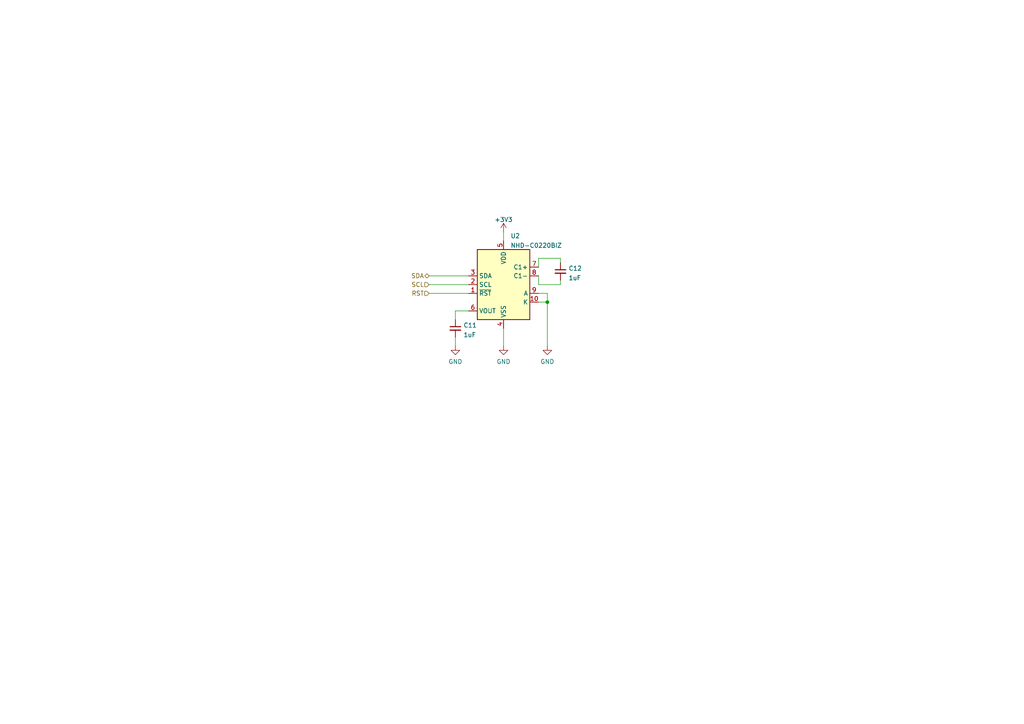
<source format=kicad_sch>
(kicad_sch (version 20211123) (generator eeschema)
  (paper "A4")
  (title_block (title "Liquid Crystal Display") (date "2022-08-27") (rev "1.0") (company "AUTHOR: Sahil Kale"))
  (lib_symbols
    (symbol "Device:C_Small" (pin_numbers hide) (pin_names (offset 0.254) hide)
      (property "Reference" "C" (at 0.254 1.778 0))
      (property "Value" "C_Small" (at 0.254 -2.032 0))
      (symbol "C_Small_0_1"
        (polyline (pts (xy -1.524 -0.508) (xy 1.524 -0.508)) (stroke (width 0.3302)))
        (polyline (pts (xy -1.524 0.508) (xy 1.524 0.508)) (stroke (width 0.3048)))
      )
      (symbol "C_Small_1_1"
        (pin passive line (at 0 2.54 270) (length 2.032) (name "~") (number "1"))
        (pin passive line (at 0 -2.54 90) (length 2.032) (name "~") (number "2"))
      )
    )
    (symbol "Display_Character:NHD-C0220BIZ"
      (property "Reference" "U" (at -6.35 11.43 0))
      (property "Value" "NHD-C0220BIZ" (at 8.89 11.43 0))
      (symbol "NHD-C0220BIZ_0_1"
        (rectangle (start -7.62 10.16) (end 7.62 -10.16) (stroke (width 0.254)) (fill (type background)))
      )
      (symbol "NHD-C0220BIZ_1_1"
        (pin input line (at -10.16 -2.54 0) (length 2.54) (name "~{RST}") (number "1"))
        (pin passive line (at 10.16 -5.08 180) (length 2.54) (name "K") (number "10"))
        (pin input line (at -10.16 0 0) (length 2.54) (name "SCL") (number "2"))
        (pin bidirectional line (at -10.16 2.54 0) (length 2.54) (name "SDA") (number "3"))
        (pin power_in line (at 0 -12.7 90) (length 2.54) (name "VSS") (number "4"))
        (pin power_in line (at 0 12.7 270) (length 2.54) (name "VDD") (number "5"))
        (pin passive line (at -10.16 -7.62 0) (length 2.54) (name "VOUT") (number "6"))
        (pin passive line (at 10.16 5.08 180) (length 2.54) (name "C1+") (number "7"))
        (pin passive line (at 10.16 2.54 180) (length 2.54) (name "C1-") (number "8"))
        (pin passive line (at 10.16 -2.54 180) (length 2.54) (name "A") (number "9"))
      )
    )
    (symbol "power:+3V3" (power) (pin_names (offset 0))
      (property "Value" "+3V3" (at 0 3.556 0))
      (symbol "+3V3_0_1"
        (polyline (pts (xy -0.762 1.27) (xy 0 2.54)))
        (polyline (pts (xy 0 0) (xy 0 2.54)))
        (polyline (pts (xy 0 2.54) (xy 0.762 1.27)))
      )
      (symbol "+3V3_1_1"
        (pin power_in line (at 0 0 90) (length 0) hide (name "+3V3") (number "1"))
      )
    )
    (symbol "power:GND" (power) (pin_names (offset 0))
      (property "Value" "GND" (at 0 -3.81 0))
      (symbol "GND_0_1"
        (polyline (pts (xy 0 0) (xy 0 -1.27) (xy 1.27 -1.27) (xy 0 -2.54) (xy -1.27 -1.27) (xy 0 -1.27)))
      )
      (symbol "GND_1_1"
        (pin power_in line (at 0 0 270) (length 0) hide (name "GND") (number "1"))
      )
    )
  )
  (junction (at 158.75 87.63))
  (wire (pts (xy 156.21 74.93) (xy 162.56 74.93)))
  (wire (pts (xy 132.08 97.79) (xy 132.08 100.33)))
  (wire (pts (xy 146.05 67.31) (xy 146.05 69.85)))
  (wire (pts (xy 158.75 100.33) (xy 158.75 87.63)))
  (wire (pts (xy 162.56 74.93) (xy 162.56 76.2)))
  (wire (pts (xy 162.56 82.55) (xy 156.21 82.55)))
  (wire (pts (xy 124.46 82.55) (xy 135.89 82.55)))
  (wire (pts (xy 162.56 81.28) (xy 162.56 82.55)))
  (wire (pts (xy 156.21 85.09) (xy 158.75 85.09)))
  (wire (pts (xy 158.75 85.09) (xy 158.75 87.63)))
  (wire (pts (xy 156.21 77.47) (xy 156.21 74.93)))
  (wire (pts (xy 132.08 90.17) (xy 135.89 90.17)))
  (wire (pts (xy 158.75 87.63) (xy 156.21 87.63)))
  (wire (pts (xy 132.08 92.71) (xy 132.08 90.17)))
  (wire (pts (xy 146.05 95.25) (xy 146.05 100.33)))
  (wire (pts (xy 124.46 85.09) (xy 135.89 85.09)))
  (wire (pts (xy 124.46 80.01) (xy 135.89 80.01)))
  (wire (pts (xy 156.21 82.55) (xy 156.21 80.01)))
  (hierarchical_label "SCL" (shape input) (at 124.46 82.55 180))
  (hierarchical_label "SDA" (shape bidirectional) (at 124.46 80.01 180))
  (hierarchical_label "RST" (shape input) (at 124.46 85.09 180))
  (symbol (lib_id "Display_Character:NHD-C0220BIZ") (at 146.05 82.55 0) (unit 1)
    (property "Reference" "U2" (at 148.0694 68.4235 0) (effects (justify left)))
    (property "Value" "NHD-C0220BIZ" (at 148.0694 71.1986 0) (effects (justify left)))
    (property "Footprint" "Display:NHD-C0220BiZ" (effects hide))
    (property "Datasheet" "http://www.newhavendisplay.com/specs/NHD-C0220BiZ-FSW-FBW-3V3M.pdf" (effects hide))
    (property "Digikey Part Number" "NHD-C0220BIZ-FSW-FBW-3V3M-ND" (effects hide))
  )
  (symbol (lib_id "power:GND") (at 158.75 100.33 0) (unit 1)
    (property "Reference" "#PWR0139" (effects hide))
    (property "Value" "GND" (at 158.75 104.8925 0))
  )
  (symbol (lib_id "Device:C_Small") (at 132.08 95.25 0) (unit 1)
    (property "Reference" "C11" (at 134.4041 94.3478 0) (effects (justify left)))
    (property "Value" "1uF" (at 134.4041 97.1229 0) (effects (justify left)))
    (property "Footprint" "Capacitor_SMD:C_0603_1608Metric_Pad1.08x0.95mm_HandSolder" (effects hide))
    (property "Digikey Part Number" "1276-1102-1-ND" (effects hide))
  )
  (symbol (lib_id "power:GND") (at 132.08 100.33 0) (unit 1)
    (property "Reference" "#PWR0138" (effects hide))
    (property "Value" "GND" (at 132.08 104.8925 0))
  )
  (symbol (lib_id "power:GND") (at 146.05 100.33 0) (unit 1)
    (property "Reference" "#PWR0140" (effects hide))
    (property "Value" "GND" (at 146.05 104.8925 0))
  )
  (symbol (lib_id "Device:C_Small") (at 162.56 78.74 0) (unit 1)
    (property "Reference" "C12" (at 164.8841 77.8378 0) (effects (justify left)))
    (property "Value" "1uF" (at 164.8841 80.6129 0) (effects (justify left)))
    (property "Footprint" "Capacitor_SMD:C_0603_1608Metric_Pad1.08x0.95mm_HandSolder" (effects hide))
    (property "Digikey Part Number" "1276-1102-1-ND" (effects hide))
  )
  (symbol (lib_id "power:+3V3") (at 146.05 67.31 0) (unit 1)
    (property "Reference" "#PWR0141" (effects hide))
    (property "Value" "+3V3" (at 146.05 63.7055 0))
  )
)
</source>
